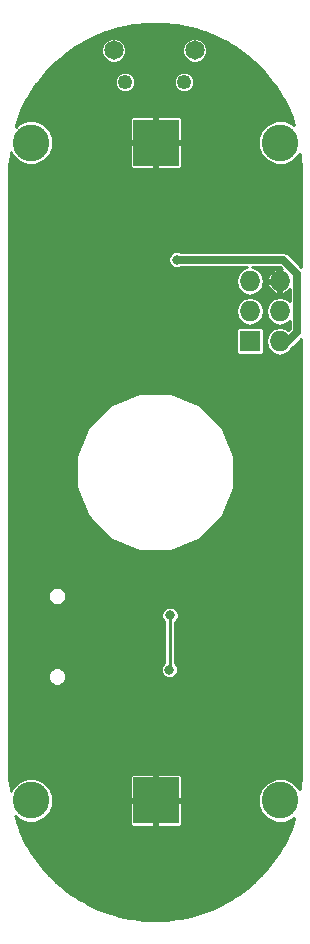
<source format=gbl>
G04 #@! TF.GenerationSoftware,KiCad,Pcbnew,(2017-01-24 revision 0b6147e)-makepkg*
G04 #@! TF.CreationDate,2017-06-09T09:58:06-07:00*
G04 #@! TF.ProjectId,POVSpinner,504F565370696E6E65722E6B69636164,rev?*
G04 #@! TF.FileFunction,Copper,L2,Bot,Signal*
G04 #@! TF.FilePolarity,Positive*
%FSLAX46Y46*%
G04 Gerber Fmt 4.6, Leading zero omitted, Abs format (unit mm)*
G04 Created by KiCad (PCBNEW (2017-01-24 revision 0b6147e)-makepkg) date 06/09/17 09:58:06*
%MOMM*%
%LPD*%
G01*
G04 APERTURE LIST*
%ADD10C,0.100000*%
%ADD11R,3.960000X3.960000*%
%ADD12C,3.100000*%
%ADD13R,1.727200X1.727200*%
%ADD14O,1.727200X1.727200*%
%ADD15C,1.250000*%
%ADD16C,1.650000*%
%ADD17C,0.800000*%
%ADD18C,0.762000*%
%ADD19C,0.635000*%
%ADD20C,0.508000*%
%ADD21C,0.254000*%
G04 APERTURE END LIST*
D10*
D11*
X124600000Y-58200000D03*
D12*
X135155000Y-58200000D03*
X114045000Y-58200000D03*
X135155000Y-113900000D03*
X114045000Y-113900000D03*
D11*
X124600000Y-113900000D03*
D13*
X132570000Y-75020000D03*
D14*
X135110000Y-75020000D03*
X132570000Y-72480000D03*
X135110000Y-72480000D03*
X132570000Y-69940001D03*
X135110000Y-69940000D03*
D15*
X127002060Y-53070000D03*
X122002060Y-53070000D03*
D16*
X121070000Y-50400000D03*
X127930000Y-50400000D03*
D17*
X131800000Y-55340000D03*
X133010000Y-63940000D03*
X129020000Y-62680000D03*
X121940000Y-59170000D03*
X123220000Y-54530000D03*
X120480000Y-122100000D03*
X125650000Y-119870000D03*
X127290000Y-115580000D03*
X125660000Y-111260000D03*
X125680000Y-107040000D03*
X126410000Y-68120000D03*
X125760000Y-102820000D03*
X125820000Y-98230000D03*
D18*
X124600000Y-58200000D02*
X125840000Y-58200000D01*
X124600000Y-58200000D02*
X123170000Y-58200000D01*
D19*
X136610000Y-69330000D02*
X135400000Y-68120000D01*
X135400000Y-68120000D02*
X126410000Y-68120000D01*
X136610000Y-74230000D02*
X136610000Y-69330000D01*
X135820000Y-75020000D02*
X136610000Y-74230000D01*
X135110000Y-75020000D02*
X135820000Y-75020000D01*
D20*
X125760000Y-102820000D02*
X125780000Y-102800000D01*
D21*
X125780000Y-102800000D02*
X125780000Y-98270000D01*
D20*
X125780000Y-98270000D02*
X125820000Y-98230000D01*
D21*
G36*
X125166854Y-48148413D02*
X125574232Y-48175135D01*
X125980473Y-48215210D01*
X126385257Y-48268647D01*
X126788072Y-48335432D01*
X127188578Y-48415533D01*
X127586343Y-48508817D01*
X127980823Y-48615118D01*
X128371667Y-48734316D01*
X128758338Y-48866239D01*
X129140366Y-49010734D01*
X129517332Y-49167664D01*
X129888727Y-49336857D01*
X130254103Y-49518164D01*
X130613025Y-49711442D01*
X130965031Y-49916527D01*
X131309875Y-50133227D01*
X131647394Y-50361308D01*
X131977310Y-50600461D01*
X132299422Y-50850426D01*
X132613484Y-51110916D01*
X132919239Y-51381626D01*
X133216464Y-51662285D01*
X133504926Y-51952602D01*
X133784432Y-52252348D01*
X134054668Y-52561145D01*
X134315288Y-52878652D01*
X134565646Y-53204436D01*
X134804991Y-53538004D01*
X135032676Y-53878980D01*
X135248028Y-54226957D01*
X135450331Y-54581446D01*
X135638953Y-54942093D01*
X135813209Y-55308439D01*
X135972442Y-55680067D01*
X136116011Y-56056599D01*
X136243482Y-56438032D01*
X136323444Y-56713686D01*
X136219624Y-56609684D01*
X135529996Y-56323326D01*
X134783280Y-56322675D01*
X134093154Y-56607829D01*
X133564684Y-57135376D01*
X133278326Y-57825004D01*
X133277675Y-58571720D01*
X133562829Y-59261846D01*
X134090376Y-59790316D01*
X134780004Y-60076674D01*
X135526720Y-60077325D01*
X136216846Y-59792171D01*
X136745316Y-59264624D01*
X136784039Y-59171370D01*
X136792366Y-59236861D01*
X136839985Y-59650235D01*
X136884580Y-60065942D01*
X136931400Y-60504819D01*
X136931400Y-68739939D01*
X135855730Y-67664270D01*
X135646640Y-67524560D01*
X135400000Y-67475500D01*
X126753621Y-67475500D01*
X126555244Y-67393126D01*
X126266025Y-67392874D01*
X125998725Y-67503320D01*
X125794039Y-67707650D01*
X125683126Y-67974756D01*
X125682874Y-68263975D01*
X125793320Y-68531275D01*
X125997650Y-68735961D01*
X126264756Y-68846874D01*
X126553975Y-68847126D01*
X126753945Y-68764500D01*
X132376829Y-68764500D01*
X132114377Y-68816705D01*
X131728119Y-69074795D01*
X131470029Y-69461053D01*
X131379400Y-69916676D01*
X131379400Y-69963326D01*
X131470029Y-70418949D01*
X131728119Y-70805207D01*
X132114377Y-71063297D01*
X132570000Y-71153926D01*
X133025623Y-71063297D01*
X133411881Y-70805207D01*
X133669971Y-70418949D01*
X133706533Y-70235137D01*
X134058419Y-70235137D01*
X134251410Y-70615094D01*
X134575114Y-70892274D01*
X134814865Y-70991568D01*
X134983000Y-70967229D01*
X134983000Y-70067000D01*
X134082346Y-70067000D01*
X134058419Y-70235137D01*
X133706533Y-70235137D01*
X133760600Y-69963326D01*
X133760600Y-69916676D01*
X133706534Y-69644863D01*
X134058419Y-69644863D01*
X134082346Y-69813000D01*
X134983000Y-69813000D01*
X134983000Y-68912771D01*
X134814865Y-68888432D01*
X134575114Y-68987726D01*
X134251410Y-69264906D01*
X134058419Y-69644863D01*
X133706534Y-69644863D01*
X133669971Y-69461053D01*
X133411881Y-69074795D01*
X133025623Y-68816705D01*
X132763171Y-68764500D01*
X135133040Y-68764500D01*
X135275707Y-68907168D01*
X135237000Y-68912771D01*
X135237000Y-69813000D01*
X135257000Y-69813000D01*
X135257000Y-70067000D01*
X135237000Y-70067000D01*
X135237000Y-70967229D01*
X135405135Y-70991568D01*
X135644886Y-70892274D01*
X135965500Y-70617740D01*
X135965500Y-71635176D01*
X135951881Y-71614794D01*
X135565623Y-71356704D01*
X135110000Y-71266075D01*
X134654377Y-71356704D01*
X134268119Y-71614794D01*
X134010029Y-72001052D01*
X133919400Y-72456675D01*
X133919400Y-72503325D01*
X134010029Y-72958948D01*
X134268119Y-73345206D01*
X134654377Y-73603296D01*
X135110000Y-73693925D01*
X135565623Y-73603296D01*
X135951881Y-73345206D01*
X135965500Y-73324824D01*
X135965500Y-73963039D01*
X135845097Y-74083443D01*
X135565623Y-73896704D01*
X135110000Y-73806075D01*
X134654377Y-73896704D01*
X134268119Y-74154794D01*
X134010029Y-74541052D01*
X133919400Y-74996675D01*
X133919400Y-75043325D01*
X134010029Y-75498948D01*
X134268119Y-75885206D01*
X134654377Y-76143296D01*
X135110000Y-76233925D01*
X135565623Y-76143296D01*
X135951881Y-75885206D01*
X136184958Y-75536382D01*
X136275730Y-75475730D01*
X136931400Y-74820061D01*
X136931400Y-111664381D01*
X136927613Y-111676654D01*
X136884540Y-112093535D01*
X136839985Y-112508872D01*
X136792366Y-112922246D01*
X136789907Y-112941583D01*
X136747171Y-112838154D01*
X136219624Y-112309684D01*
X135529996Y-112023326D01*
X134783280Y-112022675D01*
X134093154Y-112307829D01*
X133564684Y-112835376D01*
X133278326Y-113525004D01*
X133277675Y-114271720D01*
X133562829Y-114961846D01*
X134090376Y-115490316D01*
X134780004Y-115776674D01*
X135526720Y-115777325D01*
X136216846Y-115492171D01*
X136347806Y-115361439D01*
X136243483Y-115721067D01*
X136116014Y-116102501D01*
X135972442Y-116479040D01*
X135813209Y-116850668D01*
X135638963Y-117216993D01*
X135450330Y-117577661D01*
X135248022Y-117932159D01*
X135032675Y-118280126D01*
X134804990Y-118621103D01*
X134565645Y-118954670D01*
X134315299Y-119280441D01*
X134054654Y-119597976D01*
X133784431Y-119906758D01*
X133504938Y-120206488D01*
X133216479Y-120496805D01*
X132919235Y-120777482D01*
X132613467Y-121048203D01*
X132299432Y-121308670D01*
X131977309Y-121558644D01*
X131647393Y-121797797D01*
X131309873Y-122025878D01*
X130965029Y-122242578D01*
X130613023Y-122447663D01*
X130254101Y-122640941D01*
X129888725Y-122822248D01*
X129517342Y-122991435D01*
X129140363Y-123148371D01*
X128758335Y-123292866D01*
X128371664Y-123424789D01*
X127980820Y-123543987D01*
X127586340Y-123650288D01*
X127188569Y-123743574D01*
X126788076Y-123823671D01*
X126385258Y-123890457D01*
X125980466Y-123943895D01*
X125574232Y-123983969D01*
X125166851Y-124010691D01*
X124758844Y-124024051D01*
X124350639Y-124024051D01*
X123942632Y-124010691D01*
X123535254Y-123983969D01*
X123129013Y-123943894D01*
X122724229Y-123890457D01*
X122321414Y-123823672D01*
X121920908Y-123743571D01*
X121523143Y-123650287D01*
X121128664Y-123543986D01*
X120737812Y-123424786D01*
X120351140Y-123292861D01*
X119969121Y-123148370D01*
X119592142Y-122991434D01*
X119220782Y-122822258D01*
X118855395Y-122640946D01*
X118496461Y-122447661D01*
X118144468Y-122242584D01*
X117799598Y-122025868D01*
X117462092Y-121797795D01*
X117132176Y-121558642D01*
X116810052Y-121308668D01*
X116496017Y-121048201D01*
X116190248Y-120777479D01*
X115893021Y-120496819D01*
X115604545Y-120206485D01*
X115325054Y-119906755D01*
X115054831Y-119597973D01*
X114794199Y-119280456D01*
X114543851Y-118954683D01*
X114304504Y-118621113D01*
X114076802Y-118280111D01*
X113861458Y-117932147D01*
X113659148Y-117577646D01*
X113470533Y-117217012D01*
X113296277Y-116850665D01*
X113137038Y-116479023D01*
X112993475Y-116102511D01*
X112866000Y-115721058D01*
X112753856Y-115334466D01*
X112730001Y-115239503D01*
X112980376Y-115490316D01*
X113670004Y-115776674D01*
X114416720Y-115777325D01*
X115106846Y-115492171D01*
X115635316Y-114964624D01*
X115921674Y-114274996D01*
X115921840Y-114084150D01*
X122391400Y-114084150D01*
X122391400Y-115925472D01*
X122426203Y-116009492D01*
X122490509Y-116073798D01*
X122574529Y-116108600D01*
X124415850Y-116108600D01*
X124473000Y-116051450D01*
X124473000Y-114027000D01*
X124727000Y-114027000D01*
X124727000Y-116051450D01*
X124784150Y-116108600D01*
X126625471Y-116108600D01*
X126709491Y-116073798D01*
X126773797Y-116009492D01*
X126808600Y-115925472D01*
X126808600Y-114084150D01*
X126751450Y-114027000D01*
X124727000Y-114027000D01*
X124473000Y-114027000D01*
X122448550Y-114027000D01*
X122391400Y-114084150D01*
X115921840Y-114084150D01*
X115922325Y-113528280D01*
X115637171Y-112838154D01*
X115109624Y-112309684D01*
X114419996Y-112023326D01*
X113673280Y-112022675D01*
X112983154Y-112307829D01*
X112454684Y-112835376D01*
X112340913Y-113109367D01*
X112317120Y-112922243D01*
X112269501Y-112508870D01*
X112224890Y-112093001D01*
X112224748Y-112092548D01*
X112224789Y-112092077D01*
X112200718Y-111874528D01*
X122391400Y-111874528D01*
X122391400Y-113715850D01*
X122448550Y-113773000D01*
X124473000Y-113773000D01*
X124473000Y-111748550D01*
X124727000Y-111748550D01*
X124727000Y-113773000D01*
X126751450Y-113773000D01*
X126808600Y-113715850D01*
X126808600Y-111874528D01*
X126773797Y-111790508D01*
X126709491Y-111726202D01*
X126625471Y-111691400D01*
X124784150Y-111691400D01*
X124727000Y-111748550D01*
X124473000Y-111748550D01*
X124415850Y-111691400D01*
X122574529Y-111691400D01*
X122490509Y-111726202D01*
X122426203Y-111790508D01*
X122391400Y-111874528D01*
X112200718Y-111874528D01*
X112178600Y-111674635D01*
X112178600Y-103546897D01*
X115465606Y-103546897D01*
X115583648Y-103832580D01*
X115802030Y-104051344D01*
X116087507Y-104169885D01*
X116396617Y-104170154D01*
X116682300Y-104052112D01*
X116901064Y-103833730D01*
X117019605Y-103548253D01*
X117019874Y-103239143D01*
X116906177Y-102963975D01*
X125032874Y-102963975D01*
X125143320Y-103231275D01*
X125347650Y-103435961D01*
X125614756Y-103546874D01*
X125903975Y-103547126D01*
X126171275Y-103436680D01*
X126375961Y-103232350D01*
X126486874Y-102965244D01*
X126487126Y-102676025D01*
X126376680Y-102408725D01*
X126234000Y-102265796D01*
X126234000Y-98843960D01*
X126435961Y-98642350D01*
X126546874Y-98375244D01*
X126547126Y-98086025D01*
X126436680Y-97818725D01*
X126232350Y-97614039D01*
X125965244Y-97503126D01*
X125676025Y-97502874D01*
X125408725Y-97613320D01*
X125204039Y-97817650D01*
X125093126Y-98084756D01*
X125092874Y-98373975D01*
X125203320Y-98641275D01*
X125326000Y-98764169D01*
X125326000Y-102226005D01*
X125144039Y-102407650D01*
X125033126Y-102674756D01*
X125032874Y-102963975D01*
X116906177Y-102963975D01*
X116901832Y-102953460D01*
X116683450Y-102734696D01*
X116397973Y-102616155D01*
X116088863Y-102615886D01*
X115803180Y-102733928D01*
X115584416Y-102952310D01*
X115465875Y-103237787D01*
X115465606Y-103546897D01*
X112178600Y-103546897D01*
X112178600Y-96746897D01*
X115465606Y-96746897D01*
X115583648Y-97032580D01*
X115802030Y-97251344D01*
X116087507Y-97369885D01*
X116396617Y-97370154D01*
X116682300Y-97252112D01*
X116901064Y-97033730D01*
X117019605Y-96748253D01*
X117019874Y-96439143D01*
X116901832Y-96153460D01*
X116683450Y-95934696D01*
X116397973Y-95816155D01*
X116088863Y-95815886D01*
X115803180Y-95933928D01*
X115584416Y-96152310D01*
X115465875Y-96437787D01*
X115465606Y-96746897D01*
X112178600Y-96746897D01*
X112178600Y-87402311D01*
X117871844Y-87402311D01*
X118886214Y-89857275D01*
X120762845Y-91737184D01*
X123216036Y-92755838D01*
X125872311Y-92758156D01*
X128327275Y-91743786D01*
X130207184Y-89867155D01*
X131225838Y-87413964D01*
X131228156Y-84757689D01*
X130213786Y-82302725D01*
X128337155Y-80422816D01*
X125883964Y-79404162D01*
X123227689Y-79401844D01*
X120772725Y-80416214D01*
X118892816Y-82292845D01*
X117874162Y-84746036D01*
X117871844Y-87402311D01*
X112178600Y-87402311D01*
X112178600Y-74156400D01*
X131372994Y-74156400D01*
X131372994Y-75883600D01*
X131398373Y-76011189D01*
X131470646Y-76119354D01*
X131578811Y-76191627D01*
X131706400Y-76217006D01*
X133433600Y-76217006D01*
X133561189Y-76191627D01*
X133669354Y-76119354D01*
X133741627Y-76011189D01*
X133767006Y-75883600D01*
X133767006Y-74156400D01*
X133741627Y-74028811D01*
X133669354Y-73920646D01*
X133561189Y-73848373D01*
X133433600Y-73822994D01*
X131706400Y-73822994D01*
X131578811Y-73848373D01*
X131470646Y-73920646D01*
X131398373Y-74028811D01*
X131372994Y-74156400D01*
X112178600Y-74156400D01*
X112178600Y-72456675D01*
X131379400Y-72456675D01*
X131379400Y-72503325D01*
X131470029Y-72958948D01*
X131728119Y-73345206D01*
X132114377Y-73603296D01*
X132570000Y-73693925D01*
X133025623Y-73603296D01*
X133411881Y-73345206D01*
X133669971Y-72958948D01*
X133760600Y-72503325D01*
X133760600Y-72456675D01*
X133669971Y-72001052D01*
X133411881Y-71614794D01*
X133025623Y-71356704D01*
X132570000Y-71266075D01*
X132114377Y-71356704D01*
X131728119Y-71614794D01*
X131470029Y-72001052D01*
X131379400Y-72456675D01*
X112178600Y-72456675D01*
X112178600Y-60485335D01*
X112224796Y-60066965D01*
X112224758Y-60066525D01*
X112224890Y-60066103D01*
X112269501Y-59650234D01*
X112317120Y-59236861D01*
X112346626Y-59004815D01*
X112452829Y-59261846D01*
X112980376Y-59790316D01*
X113670004Y-60076674D01*
X114416720Y-60077325D01*
X115106846Y-59792171D01*
X115635316Y-59264624D01*
X115921674Y-58574996D01*
X115921840Y-58384150D01*
X122391400Y-58384150D01*
X122391400Y-60225472D01*
X122426203Y-60309492D01*
X122490509Y-60373798D01*
X122574529Y-60408600D01*
X124415850Y-60408600D01*
X124473000Y-60351450D01*
X124473000Y-58327000D01*
X124727000Y-58327000D01*
X124727000Y-60351450D01*
X124784150Y-60408600D01*
X126625471Y-60408600D01*
X126709491Y-60373798D01*
X126773797Y-60309492D01*
X126808600Y-60225472D01*
X126808600Y-58384150D01*
X126751450Y-58327000D01*
X124727000Y-58327000D01*
X124473000Y-58327000D01*
X122448550Y-58327000D01*
X122391400Y-58384150D01*
X115921840Y-58384150D01*
X115922325Y-57828280D01*
X115637171Y-57138154D01*
X115109624Y-56609684D01*
X114419996Y-56323326D01*
X113673280Y-56322675D01*
X112983154Y-56607829D01*
X112749804Y-56840772D01*
X112753857Y-56824638D01*
X112865999Y-56438054D01*
X112954065Y-56174528D01*
X122391400Y-56174528D01*
X122391400Y-58015850D01*
X122448550Y-58073000D01*
X124473000Y-58073000D01*
X124473000Y-56048550D01*
X124727000Y-56048550D01*
X124727000Y-58073000D01*
X126751450Y-58073000D01*
X126808600Y-58015850D01*
X126808600Y-56174528D01*
X126773797Y-56090508D01*
X126709491Y-56026202D01*
X126625471Y-55991400D01*
X124784150Y-55991400D01*
X124727000Y-56048550D01*
X124473000Y-56048550D01*
X124415850Y-55991400D01*
X122574529Y-55991400D01*
X122490509Y-56026202D01*
X122426203Y-56090508D01*
X122391400Y-56174528D01*
X112954065Y-56174528D01*
X112993476Y-56056599D01*
X113137045Y-55680067D01*
X113296287Y-55308418D01*
X113470529Y-54942105D01*
X113659146Y-54581468D01*
X113861465Y-54226949D01*
X114076812Y-53878981D01*
X114304497Y-53538005D01*
X114515399Y-53244077D01*
X121122907Y-53244077D01*
X121256445Y-53567263D01*
X121503496Y-53814746D01*
X121826449Y-53948847D01*
X122176137Y-53949153D01*
X122499323Y-53815615D01*
X122746806Y-53568564D01*
X122880907Y-53245611D01*
X122880908Y-53244077D01*
X126122907Y-53244077D01*
X126256445Y-53567263D01*
X126503496Y-53814746D01*
X126826449Y-53948847D01*
X127176137Y-53949153D01*
X127499323Y-53815615D01*
X127746806Y-53568564D01*
X127880907Y-53245611D01*
X127881213Y-52895923D01*
X127747675Y-52572737D01*
X127500624Y-52325254D01*
X127177671Y-52191153D01*
X126827983Y-52190847D01*
X126504797Y-52324385D01*
X126257314Y-52571436D01*
X126123213Y-52894389D01*
X126122907Y-53244077D01*
X122880908Y-53244077D01*
X122881213Y-52895923D01*
X122747675Y-52572737D01*
X122500624Y-52325254D01*
X122177671Y-52191153D01*
X121827983Y-52190847D01*
X121504797Y-52324385D01*
X121257314Y-52571436D01*
X121123213Y-52894389D01*
X121122907Y-53244077D01*
X114515399Y-53244077D01*
X114543853Y-53204422D01*
X114794201Y-52878649D01*
X115054833Y-52561132D01*
X115325071Y-52252332D01*
X115604546Y-51952622D01*
X115893023Y-51662286D01*
X116190250Y-51381626D01*
X116496019Y-51110904D01*
X116810054Y-50850437D01*
X117121621Y-50608655D01*
X120016218Y-50608655D01*
X120176281Y-50996037D01*
X120472404Y-51292678D01*
X120859507Y-51453416D01*
X121278655Y-51453782D01*
X121666037Y-51293719D01*
X121962678Y-50997596D01*
X122123416Y-50610493D01*
X122123417Y-50608655D01*
X126876218Y-50608655D01*
X127036281Y-50996037D01*
X127332404Y-51292678D01*
X127719507Y-51453416D01*
X128138655Y-51453782D01*
X128526037Y-51293719D01*
X128822678Y-50997596D01*
X128983416Y-50610493D01*
X128983782Y-50191345D01*
X128823719Y-49803963D01*
X128527596Y-49507322D01*
X128140493Y-49346584D01*
X127721345Y-49346218D01*
X127333963Y-49506281D01*
X127037322Y-49802404D01*
X126876584Y-50189507D01*
X126876218Y-50608655D01*
X122123417Y-50608655D01*
X122123782Y-50191345D01*
X121963719Y-49803963D01*
X121667596Y-49507322D01*
X121280493Y-49346584D01*
X120861345Y-49346218D01*
X120473963Y-49506281D01*
X120177322Y-49802404D01*
X120016584Y-50189507D01*
X120016218Y-50608655D01*
X117121621Y-50608655D01*
X117132178Y-50600463D01*
X117462080Y-50361321D01*
X117799601Y-50133237D01*
X118144470Y-49916521D01*
X118496486Y-49711431D01*
X118855385Y-49518166D01*
X119220762Y-49336859D01*
X119592156Y-49167666D01*
X119969106Y-49010742D01*
X120351168Y-48866235D01*
X120737814Y-48734319D01*
X121128666Y-48615119D01*
X121523146Y-48508818D01*
X121920911Y-48415534D01*
X122321416Y-48335433D01*
X122724227Y-48268648D01*
X123129023Y-48215210D01*
X123535253Y-48175136D01*
X123942637Y-48148413D01*
X124350642Y-48135053D01*
X124758847Y-48135053D01*
X125166854Y-48148413D01*
X125166854Y-48148413D01*
G37*
X125166854Y-48148413D02*
X125574232Y-48175135D01*
X125980473Y-48215210D01*
X126385257Y-48268647D01*
X126788072Y-48335432D01*
X127188578Y-48415533D01*
X127586343Y-48508817D01*
X127980823Y-48615118D01*
X128371667Y-48734316D01*
X128758338Y-48866239D01*
X129140366Y-49010734D01*
X129517332Y-49167664D01*
X129888727Y-49336857D01*
X130254103Y-49518164D01*
X130613025Y-49711442D01*
X130965031Y-49916527D01*
X131309875Y-50133227D01*
X131647394Y-50361308D01*
X131977310Y-50600461D01*
X132299422Y-50850426D01*
X132613484Y-51110916D01*
X132919239Y-51381626D01*
X133216464Y-51662285D01*
X133504926Y-51952602D01*
X133784432Y-52252348D01*
X134054668Y-52561145D01*
X134315288Y-52878652D01*
X134565646Y-53204436D01*
X134804991Y-53538004D01*
X135032676Y-53878980D01*
X135248028Y-54226957D01*
X135450331Y-54581446D01*
X135638953Y-54942093D01*
X135813209Y-55308439D01*
X135972442Y-55680067D01*
X136116011Y-56056599D01*
X136243482Y-56438032D01*
X136323444Y-56713686D01*
X136219624Y-56609684D01*
X135529996Y-56323326D01*
X134783280Y-56322675D01*
X134093154Y-56607829D01*
X133564684Y-57135376D01*
X133278326Y-57825004D01*
X133277675Y-58571720D01*
X133562829Y-59261846D01*
X134090376Y-59790316D01*
X134780004Y-60076674D01*
X135526720Y-60077325D01*
X136216846Y-59792171D01*
X136745316Y-59264624D01*
X136784039Y-59171370D01*
X136792366Y-59236861D01*
X136839985Y-59650235D01*
X136884580Y-60065942D01*
X136931400Y-60504819D01*
X136931400Y-68739939D01*
X135855730Y-67664270D01*
X135646640Y-67524560D01*
X135400000Y-67475500D01*
X126753621Y-67475500D01*
X126555244Y-67393126D01*
X126266025Y-67392874D01*
X125998725Y-67503320D01*
X125794039Y-67707650D01*
X125683126Y-67974756D01*
X125682874Y-68263975D01*
X125793320Y-68531275D01*
X125997650Y-68735961D01*
X126264756Y-68846874D01*
X126553975Y-68847126D01*
X126753945Y-68764500D01*
X132376829Y-68764500D01*
X132114377Y-68816705D01*
X131728119Y-69074795D01*
X131470029Y-69461053D01*
X131379400Y-69916676D01*
X131379400Y-69963326D01*
X131470029Y-70418949D01*
X131728119Y-70805207D01*
X132114377Y-71063297D01*
X132570000Y-71153926D01*
X133025623Y-71063297D01*
X133411881Y-70805207D01*
X133669971Y-70418949D01*
X133706533Y-70235137D01*
X134058419Y-70235137D01*
X134251410Y-70615094D01*
X134575114Y-70892274D01*
X134814865Y-70991568D01*
X134983000Y-70967229D01*
X134983000Y-70067000D01*
X134082346Y-70067000D01*
X134058419Y-70235137D01*
X133706533Y-70235137D01*
X133760600Y-69963326D01*
X133760600Y-69916676D01*
X133706534Y-69644863D01*
X134058419Y-69644863D01*
X134082346Y-69813000D01*
X134983000Y-69813000D01*
X134983000Y-68912771D01*
X134814865Y-68888432D01*
X134575114Y-68987726D01*
X134251410Y-69264906D01*
X134058419Y-69644863D01*
X133706534Y-69644863D01*
X133669971Y-69461053D01*
X133411881Y-69074795D01*
X133025623Y-68816705D01*
X132763171Y-68764500D01*
X135133040Y-68764500D01*
X135275707Y-68907168D01*
X135237000Y-68912771D01*
X135237000Y-69813000D01*
X135257000Y-69813000D01*
X135257000Y-70067000D01*
X135237000Y-70067000D01*
X135237000Y-70967229D01*
X135405135Y-70991568D01*
X135644886Y-70892274D01*
X135965500Y-70617740D01*
X135965500Y-71635176D01*
X135951881Y-71614794D01*
X135565623Y-71356704D01*
X135110000Y-71266075D01*
X134654377Y-71356704D01*
X134268119Y-71614794D01*
X134010029Y-72001052D01*
X133919400Y-72456675D01*
X133919400Y-72503325D01*
X134010029Y-72958948D01*
X134268119Y-73345206D01*
X134654377Y-73603296D01*
X135110000Y-73693925D01*
X135565623Y-73603296D01*
X135951881Y-73345206D01*
X135965500Y-73324824D01*
X135965500Y-73963039D01*
X135845097Y-74083443D01*
X135565623Y-73896704D01*
X135110000Y-73806075D01*
X134654377Y-73896704D01*
X134268119Y-74154794D01*
X134010029Y-74541052D01*
X133919400Y-74996675D01*
X133919400Y-75043325D01*
X134010029Y-75498948D01*
X134268119Y-75885206D01*
X134654377Y-76143296D01*
X135110000Y-76233925D01*
X135565623Y-76143296D01*
X135951881Y-75885206D01*
X136184958Y-75536382D01*
X136275730Y-75475730D01*
X136931400Y-74820061D01*
X136931400Y-111664381D01*
X136927613Y-111676654D01*
X136884540Y-112093535D01*
X136839985Y-112508872D01*
X136792366Y-112922246D01*
X136789907Y-112941583D01*
X136747171Y-112838154D01*
X136219624Y-112309684D01*
X135529996Y-112023326D01*
X134783280Y-112022675D01*
X134093154Y-112307829D01*
X133564684Y-112835376D01*
X133278326Y-113525004D01*
X133277675Y-114271720D01*
X133562829Y-114961846D01*
X134090376Y-115490316D01*
X134780004Y-115776674D01*
X135526720Y-115777325D01*
X136216846Y-115492171D01*
X136347806Y-115361439D01*
X136243483Y-115721067D01*
X136116014Y-116102501D01*
X135972442Y-116479040D01*
X135813209Y-116850668D01*
X135638963Y-117216993D01*
X135450330Y-117577661D01*
X135248022Y-117932159D01*
X135032675Y-118280126D01*
X134804990Y-118621103D01*
X134565645Y-118954670D01*
X134315299Y-119280441D01*
X134054654Y-119597976D01*
X133784431Y-119906758D01*
X133504938Y-120206488D01*
X133216479Y-120496805D01*
X132919235Y-120777482D01*
X132613467Y-121048203D01*
X132299432Y-121308670D01*
X131977309Y-121558644D01*
X131647393Y-121797797D01*
X131309873Y-122025878D01*
X130965029Y-122242578D01*
X130613023Y-122447663D01*
X130254101Y-122640941D01*
X129888725Y-122822248D01*
X129517342Y-122991435D01*
X129140363Y-123148371D01*
X128758335Y-123292866D01*
X128371664Y-123424789D01*
X127980820Y-123543987D01*
X127586340Y-123650288D01*
X127188569Y-123743574D01*
X126788076Y-123823671D01*
X126385258Y-123890457D01*
X125980466Y-123943895D01*
X125574232Y-123983969D01*
X125166851Y-124010691D01*
X124758844Y-124024051D01*
X124350639Y-124024051D01*
X123942632Y-124010691D01*
X123535254Y-123983969D01*
X123129013Y-123943894D01*
X122724229Y-123890457D01*
X122321414Y-123823672D01*
X121920908Y-123743571D01*
X121523143Y-123650287D01*
X121128664Y-123543986D01*
X120737812Y-123424786D01*
X120351140Y-123292861D01*
X119969121Y-123148370D01*
X119592142Y-122991434D01*
X119220782Y-122822258D01*
X118855395Y-122640946D01*
X118496461Y-122447661D01*
X118144468Y-122242584D01*
X117799598Y-122025868D01*
X117462092Y-121797795D01*
X117132176Y-121558642D01*
X116810052Y-121308668D01*
X116496017Y-121048201D01*
X116190248Y-120777479D01*
X115893021Y-120496819D01*
X115604545Y-120206485D01*
X115325054Y-119906755D01*
X115054831Y-119597973D01*
X114794199Y-119280456D01*
X114543851Y-118954683D01*
X114304504Y-118621113D01*
X114076802Y-118280111D01*
X113861458Y-117932147D01*
X113659148Y-117577646D01*
X113470533Y-117217012D01*
X113296277Y-116850665D01*
X113137038Y-116479023D01*
X112993475Y-116102511D01*
X112866000Y-115721058D01*
X112753856Y-115334466D01*
X112730001Y-115239503D01*
X112980376Y-115490316D01*
X113670004Y-115776674D01*
X114416720Y-115777325D01*
X115106846Y-115492171D01*
X115635316Y-114964624D01*
X115921674Y-114274996D01*
X115921840Y-114084150D01*
X122391400Y-114084150D01*
X122391400Y-115925472D01*
X122426203Y-116009492D01*
X122490509Y-116073798D01*
X122574529Y-116108600D01*
X124415850Y-116108600D01*
X124473000Y-116051450D01*
X124473000Y-114027000D01*
X124727000Y-114027000D01*
X124727000Y-116051450D01*
X124784150Y-116108600D01*
X126625471Y-116108600D01*
X126709491Y-116073798D01*
X126773797Y-116009492D01*
X126808600Y-115925472D01*
X126808600Y-114084150D01*
X126751450Y-114027000D01*
X124727000Y-114027000D01*
X124473000Y-114027000D01*
X122448550Y-114027000D01*
X122391400Y-114084150D01*
X115921840Y-114084150D01*
X115922325Y-113528280D01*
X115637171Y-112838154D01*
X115109624Y-112309684D01*
X114419996Y-112023326D01*
X113673280Y-112022675D01*
X112983154Y-112307829D01*
X112454684Y-112835376D01*
X112340913Y-113109367D01*
X112317120Y-112922243D01*
X112269501Y-112508870D01*
X112224890Y-112093001D01*
X112224748Y-112092548D01*
X112224789Y-112092077D01*
X112200718Y-111874528D01*
X122391400Y-111874528D01*
X122391400Y-113715850D01*
X122448550Y-113773000D01*
X124473000Y-113773000D01*
X124473000Y-111748550D01*
X124727000Y-111748550D01*
X124727000Y-113773000D01*
X126751450Y-113773000D01*
X126808600Y-113715850D01*
X126808600Y-111874528D01*
X126773797Y-111790508D01*
X126709491Y-111726202D01*
X126625471Y-111691400D01*
X124784150Y-111691400D01*
X124727000Y-111748550D01*
X124473000Y-111748550D01*
X124415850Y-111691400D01*
X122574529Y-111691400D01*
X122490509Y-111726202D01*
X122426203Y-111790508D01*
X122391400Y-111874528D01*
X112200718Y-111874528D01*
X112178600Y-111674635D01*
X112178600Y-103546897D01*
X115465606Y-103546897D01*
X115583648Y-103832580D01*
X115802030Y-104051344D01*
X116087507Y-104169885D01*
X116396617Y-104170154D01*
X116682300Y-104052112D01*
X116901064Y-103833730D01*
X117019605Y-103548253D01*
X117019874Y-103239143D01*
X116906177Y-102963975D01*
X125032874Y-102963975D01*
X125143320Y-103231275D01*
X125347650Y-103435961D01*
X125614756Y-103546874D01*
X125903975Y-103547126D01*
X126171275Y-103436680D01*
X126375961Y-103232350D01*
X126486874Y-102965244D01*
X126487126Y-102676025D01*
X126376680Y-102408725D01*
X126234000Y-102265796D01*
X126234000Y-98843960D01*
X126435961Y-98642350D01*
X126546874Y-98375244D01*
X126547126Y-98086025D01*
X126436680Y-97818725D01*
X126232350Y-97614039D01*
X125965244Y-97503126D01*
X125676025Y-97502874D01*
X125408725Y-97613320D01*
X125204039Y-97817650D01*
X125093126Y-98084756D01*
X125092874Y-98373975D01*
X125203320Y-98641275D01*
X125326000Y-98764169D01*
X125326000Y-102226005D01*
X125144039Y-102407650D01*
X125033126Y-102674756D01*
X125032874Y-102963975D01*
X116906177Y-102963975D01*
X116901832Y-102953460D01*
X116683450Y-102734696D01*
X116397973Y-102616155D01*
X116088863Y-102615886D01*
X115803180Y-102733928D01*
X115584416Y-102952310D01*
X115465875Y-103237787D01*
X115465606Y-103546897D01*
X112178600Y-103546897D01*
X112178600Y-96746897D01*
X115465606Y-96746897D01*
X115583648Y-97032580D01*
X115802030Y-97251344D01*
X116087507Y-97369885D01*
X116396617Y-97370154D01*
X116682300Y-97252112D01*
X116901064Y-97033730D01*
X117019605Y-96748253D01*
X117019874Y-96439143D01*
X116901832Y-96153460D01*
X116683450Y-95934696D01*
X116397973Y-95816155D01*
X116088863Y-95815886D01*
X115803180Y-95933928D01*
X115584416Y-96152310D01*
X115465875Y-96437787D01*
X115465606Y-96746897D01*
X112178600Y-96746897D01*
X112178600Y-87402311D01*
X117871844Y-87402311D01*
X118886214Y-89857275D01*
X120762845Y-91737184D01*
X123216036Y-92755838D01*
X125872311Y-92758156D01*
X128327275Y-91743786D01*
X130207184Y-89867155D01*
X131225838Y-87413964D01*
X131228156Y-84757689D01*
X130213786Y-82302725D01*
X128337155Y-80422816D01*
X125883964Y-79404162D01*
X123227689Y-79401844D01*
X120772725Y-80416214D01*
X118892816Y-82292845D01*
X117874162Y-84746036D01*
X117871844Y-87402311D01*
X112178600Y-87402311D01*
X112178600Y-74156400D01*
X131372994Y-74156400D01*
X131372994Y-75883600D01*
X131398373Y-76011189D01*
X131470646Y-76119354D01*
X131578811Y-76191627D01*
X131706400Y-76217006D01*
X133433600Y-76217006D01*
X133561189Y-76191627D01*
X133669354Y-76119354D01*
X133741627Y-76011189D01*
X133767006Y-75883600D01*
X133767006Y-74156400D01*
X133741627Y-74028811D01*
X133669354Y-73920646D01*
X133561189Y-73848373D01*
X133433600Y-73822994D01*
X131706400Y-73822994D01*
X131578811Y-73848373D01*
X131470646Y-73920646D01*
X131398373Y-74028811D01*
X131372994Y-74156400D01*
X112178600Y-74156400D01*
X112178600Y-72456675D01*
X131379400Y-72456675D01*
X131379400Y-72503325D01*
X131470029Y-72958948D01*
X131728119Y-73345206D01*
X132114377Y-73603296D01*
X132570000Y-73693925D01*
X133025623Y-73603296D01*
X133411881Y-73345206D01*
X133669971Y-72958948D01*
X133760600Y-72503325D01*
X133760600Y-72456675D01*
X133669971Y-72001052D01*
X133411881Y-71614794D01*
X133025623Y-71356704D01*
X132570000Y-71266075D01*
X132114377Y-71356704D01*
X131728119Y-71614794D01*
X131470029Y-72001052D01*
X131379400Y-72456675D01*
X112178600Y-72456675D01*
X112178600Y-60485335D01*
X112224796Y-60066965D01*
X112224758Y-60066525D01*
X112224890Y-60066103D01*
X112269501Y-59650234D01*
X112317120Y-59236861D01*
X112346626Y-59004815D01*
X112452829Y-59261846D01*
X112980376Y-59790316D01*
X113670004Y-60076674D01*
X114416720Y-60077325D01*
X115106846Y-59792171D01*
X115635316Y-59264624D01*
X115921674Y-58574996D01*
X115921840Y-58384150D01*
X122391400Y-58384150D01*
X122391400Y-60225472D01*
X122426203Y-60309492D01*
X122490509Y-60373798D01*
X122574529Y-60408600D01*
X124415850Y-60408600D01*
X124473000Y-60351450D01*
X124473000Y-58327000D01*
X124727000Y-58327000D01*
X124727000Y-60351450D01*
X124784150Y-60408600D01*
X126625471Y-60408600D01*
X126709491Y-60373798D01*
X126773797Y-60309492D01*
X126808600Y-60225472D01*
X126808600Y-58384150D01*
X126751450Y-58327000D01*
X124727000Y-58327000D01*
X124473000Y-58327000D01*
X122448550Y-58327000D01*
X122391400Y-58384150D01*
X115921840Y-58384150D01*
X115922325Y-57828280D01*
X115637171Y-57138154D01*
X115109624Y-56609684D01*
X114419996Y-56323326D01*
X113673280Y-56322675D01*
X112983154Y-56607829D01*
X112749804Y-56840772D01*
X112753857Y-56824638D01*
X112865999Y-56438054D01*
X112954065Y-56174528D01*
X122391400Y-56174528D01*
X122391400Y-58015850D01*
X122448550Y-58073000D01*
X124473000Y-58073000D01*
X124473000Y-56048550D01*
X124727000Y-56048550D01*
X124727000Y-58073000D01*
X126751450Y-58073000D01*
X126808600Y-58015850D01*
X126808600Y-56174528D01*
X126773797Y-56090508D01*
X126709491Y-56026202D01*
X126625471Y-55991400D01*
X124784150Y-55991400D01*
X124727000Y-56048550D01*
X124473000Y-56048550D01*
X124415850Y-55991400D01*
X122574529Y-55991400D01*
X122490509Y-56026202D01*
X122426203Y-56090508D01*
X122391400Y-56174528D01*
X112954065Y-56174528D01*
X112993476Y-56056599D01*
X113137045Y-55680067D01*
X113296287Y-55308418D01*
X113470529Y-54942105D01*
X113659146Y-54581468D01*
X113861465Y-54226949D01*
X114076812Y-53878981D01*
X114304497Y-53538005D01*
X114515399Y-53244077D01*
X121122907Y-53244077D01*
X121256445Y-53567263D01*
X121503496Y-53814746D01*
X121826449Y-53948847D01*
X122176137Y-53949153D01*
X122499323Y-53815615D01*
X122746806Y-53568564D01*
X122880907Y-53245611D01*
X122880908Y-53244077D01*
X126122907Y-53244077D01*
X126256445Y-53567263D01*
X126503496Y-53814746D01*
X126826449Y-53948847D01*
X127176137Y-53949153D01*
X127499323Y-53815615D01*
X127746806Y-53568564D01*
X127880907Y-53245611D01*
X127881213Y-52895923D01*
X127747675Y-52572737D01*
X127500624Y-52325254D01*
X127177671Y-52191153D01*
X126827983Y-52190847D01*
X126504797Y-52324385D01*
X126257314Y-52571436D01*
X126123213Y-52894389D01*
X126122907Y-53244077D01*
X122880908Y-53244077D01*
X122881213Y-52895923D01*
X122747675Y-52572737D01*
X122500624Y-52325254D01*
X122177671Y-52191153D01*
X121827983Y-52190847D01*
X121504797Y-52324385D01*
X121257314Y-52571436D01*
X121123213Y-52894389D01*
X121122907Y-53244077D01*
X114515399Y-53244077D01*
X114543853Y-53204422D01*
X114794201Y-52878649D01*
X115054833Y-52561132D01*
X115325071Y-52252332D01*
X115604546Y-51952622D01*
X115893023Y-51662286D01*
X116190250Y-51381626D01*
X116496019Y-51110904D01*
X116810054Y-50850437D01*
X117121621Y-50608655D01*
X120016218Y-50608655D01*
X120176281Y-50996037D01*
X120472404Y-51292678D01*
X120859507Y-51453416D01*
X121278655Y-51453782D01*
X121666037Y-51293719D01*
X121962678Y-50997596D01*
X122123416Y-50610493D01*
X122123417Y-50608655D01*
X126876218Y-50608655D01*
X127036281Y-50996037D01*
X127332404Y-51292678D01*
X127719507Y-51453416D01*
X128138655Y-51453782D01*
X128526037Y-51293719D01*
X128822678Y-50997596D01*
X128983416Y-50610493D01*
X128983782Y-50191345D01*
X128823719Y-49803963D01*
X128527596Y-49507322D01*
X128140493Y-49346584D01*
X127721345Y-49346218D01*
X127333963Y-49506281D01*
X127037322Y-49802404D01*
X126876584Y-50189507D01*
X126876218Y-50608655D01*
X122123417Y-50608655D01*
X122123782Y-50191345D01*
X121963719Y-49803963D01*
X121667596Y-49507322D01*
X121280493Y-49346584D01*
X120861345Y-49346218D01*
X120473963Y-49506281D01*
X120177322Y-49802404D01*
X120016584Y-50189507D01*
X120016218Y-50608655D01*
X117121621Y-50608655D01*
X117132178Y-50600463D01*
X117462080Y-50361321D01*
X117799601Y-50133237D01*
X118144470Y-49916521D01*
X118496486Y-49711431D01*
X118855385Y-49518166D01*
X119220762Y-49336859D01*
X119592156Y-49167666D01*
X119969106Y-49010742D01*
X120351168Y-48866235D01*
X120737814Y-48734319D01*
X121128666Y-48615119D01*
X121523146Y-48508818D01*
X121920911Y-48415534D01*
X122321416Y-48335433D01*
X122724227Y-48268648D01*
X123129023Y-48215210D01*
X123535253Y-48175136D01*
X123942637Y-48148413D01*
X124350642Y-48135053D01*
X124758847Y-48135053D01*
X125166854Y-48148413D01*
M02*

</source>
